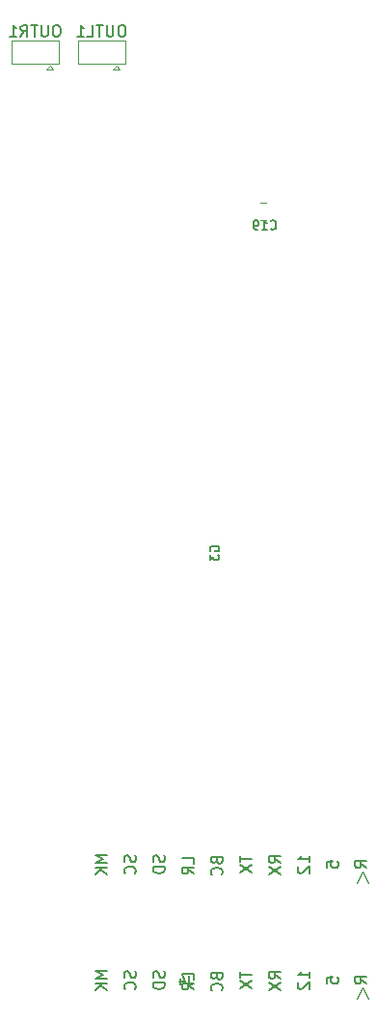
<source format=gbr>
%TF.GenerationSoftware,KiCad,Pcbnew,(6.0.11)*%
%TF.CreationDate,2023-02-04T17:29:26-05:00*%
%TF.ProjectId,tlv320aic3105_audio_board,746c7633-3230-4616-9963-333130355f61,rev?*%
%TF.SameCoordinates,Original*%
%TF.FileFunction,Legend,Bot*%
%TF.FilePolarity,Positive*%
%FSLAX46Y46*%
G04 Gerber Fmt 4.6, Leading zero omitted, Abs format (unit mm)*
G04 Created by KiCad (PCBNEW (6.0.11)) date 2023-02-04 17:29:26*
%MOMM*%
%LPD*%
G01*
G04 APERTURE LIST*
%ADD10C,0.150000*%
%ADD11C,0.180000*%
%ADD12C,0.120000*%
G04 APERTURE END LIST*
D10*
%TO.C,XIA2*%
X103338380Y-100235095D02*
X103338380Y-100806523D01*
X104338380Y-100520809D02*
X103338380Y-100520809D01*
X103338380Y-101044619D02*
X104338380Y-101711285D01*
X103338380Y-101711285D02*
X104338380Y-101044619D01*
X94130761Y-100211285D02*
X94178380Y-100354142D01*
X94178380Y-100592238D01*
X94130761Y-100687476D01*
X94083142Y-100735095D01*
X93987904Y-100782714D01*
X93892666Y-100782714D01*
X93797428Y-100735095D01*
X93749809Y-100687476D01*
X93702190Y-100592238D01*
X93654571Y-100401761D01*
X93606952Y-100306523D01*
X93559333Y-100258904D01*
X93464095Y-100211285D01*
X93368857Y-100211285D01*
X93273619Y-100258904D01*
X93226000Y-100306523D01*
X93178380Y-100401761D01*
X93178380Y-100639857D01*
X93226000Y-100782714D01*
X94083142Y-101782714D02*
X94130761Y-101735095D01*
X94178380Y-101592238D01*
X94178380Y-101497000D01*
X94130761Y-101354142D01*
X94035523Y-101258904D01*
X93940285Y-101211285D01*
X93749809Y-101163666D01*
X93606952Y-101163666D01*
X93416476Y-101211285D01*
X93321238Y-101258904D01*
X93226000Y-101354142D01*
X93178380Y-101497000D01*
X93178380Y-101592238D01*
X93226000Y-101735095D01*
X93273619Y-101782714D01*
X101274571Y-100663428D02*
X101322190Y-100806285D01*
X101369809Y-100853904D01*
X101465047Y-100901523D01*
X101607904Y-100901523D01*
X101703142Y-100853904D01*
X101750761Y-100806285D01*
X101798380Y-100711047D01*
X101798380Y-100330095D01*
X100798380Y-100330095D01*
X100798380Y-100663428D01*
X100846000Y-100758666D01*
X100893619Y-100806285D01*
X100988857Y-100853904D01*
X101084095Y-100853904D01*
X101179333Y-100806285D01*
X101226952Y-100758666D01*
X101274571Y-100663428D01*
X101274571Y-100330095D01*
X101703142Y-101901523D02*
X101750761Y-101853904D01*
X101798380Y-101711047D01*
X101798380Y-101615809D01*
X101750761Y-101472952D01*
X101655523Y-101377714D01*
X101560285Y-101330095D01*
X101369809Y-101282476D01*
X101226952Y-101282476D01*
X101036476Y-101330095D01*
X100941238Y-101377714D01*
X100846000Y-101472952D01*
X100798380Y-101615809D01*
X100798380Y-101711047D01*
X100846000Y-101853904D01*
X100893619Y-101901523D01*
X106878380Y-100830333D02*
X106402190Y-100497000D01*
X106878380Y-100258904D02*
X105878380Y-100258904D01*
X105878380Y-100639857D01*
X105926000Y-100735095D01*
X105973619Y-100782714D01*
X106068857Y-100830333D01*
X106211714Y-100830333D01*
X106306952Y-100782714D01*
X106354571Y-100735095D01*
X106402190Y-100639857D01*
X106402190Y-100258904D01*
X105878380Y-101163666D02*
X106878380Y-101830333D01*
X105878380Y-101830333D02*
X106878380Y-101163666D01*
X109418380Y-100806523D02*
X109418380Y-100235095D01*
X109418380Y-100520809D02*
X108418380Y-100520809D01*
X108561238Y-100425571D01*
X108656476Y-100330333D01*
X108704095Y-100235095D01*
X108513619Y-101187476D02*
X108466000Y-101235095D01*
X108418380Y-101330333D01*
X108418380Y-101568428D01*
X108466000Y-101663666D01*
X108513619Y-101711285D01*
X108608857Y-101758904D01*
X108704095Y-101758904D01*
X108846952Y-101711285D01*
X109418380Y-101139857D01*
X109418380Y-101758904D01*
X99258380Y-100901523D02*
X99258380Y-100425333D01*
X98258380Y-100425333D01*
X99258380Y-101806285D02*
X98782190Y-101472952D01*
X99258380Y-101234857D02*
X98258380Y-101234857D01*
X98258380Y-101615809D01*
X98306000Y-101711047D01*
X98353619Y-101758666D01*
X98448857Y-101806285D01*
X98591714Y-101806285D01*
X98686952Y-101758666D01*
X98734571Y-101711047D01*
X98782190Y-101615809D01*
X98782190Y-101234857D01*
X110958380Y-101235095D02*
X110958380Y-100758904D01*
X111434571Y-100711285D01*
X111386952Y-100758904D01*
X111339333Y-100854142D01*
X111339333Y-101092238D01*
X111386952Y-101187476D01*
X111434571Y-101235095D01*
X111529809Y-101282714D01*
X111767904Y-101282714D01*
X111863142Y-101235095D01*
X111910761Y-101187476D01*
X111958380Y-101092238D01*
X111958380Y-100854142D01*
X111910761Y-100758904D01*
X111863142Y-100711285D01*
X91638380Y-100163666D02*
X90638380Y-100163666D01*
X91352666Y-100497000D01*
X90638380Y-100830333D01*
X91638380Y-100830333D01*
X91638380Y-101306523D02*
X90638380Y-101306523D01*
X91638380Y-101877952D02*
X91066952Y-101449380D01*
X90638380Y-101877952D02*
X91209809Y-101306523D01*
X96670761Y-100211285D02*
X96718380Y-100354142D01*
X96718380Y-100592238D01*
X96670761Y-100687476D01*
X96623142Y-100735095D01*
X96527904Y-100782714D01*
X96432666Y-100782714D01*
X96337428Y-100735095D01*
X96289809Y-100687476D01*
X96242190Y-100592238D01*
X96194571Y-100401761D01*
X96146952Y-100306523D01*
X96099333Y-100258904D01*
X96004095Y-100211285D01*
X95908857Y-100211285D01*
X95813619Y-100258904D01*
X95766000Y-100306523D01*
X95718380Y-100401761D01*
X95718380Y-100639857D01*
X95766000Y-100782714D01*
X96718380Y-101211285D02*
X95718380Y-101211285D01*
X95718380Y-101449380D01*
X95766000Y-101592238D01*
X95861238Y-101687476D01*
X95956476Y-101735095D01*
X96146952Y-101782714D01*
X96289809Y-101782714D01*
X96480285Y-101735095D01*
X96575523Y-101687476D01*
X96670761Y-101592238D01*
X96718380Y-101449380D01*
X96718380Y-101211285D01*
X114423380Y-101291523D02*
X113947190Y-100958190D01*
X114423380Y-100720095D02*
X113423380Y-100720095D01*
X113423380Y-101101047D01*
X113471000Y-101196285D01*
X113518619Y-101243904D01*
X113613857Y-101291523D01*
X113756714Y-101291523D01*
X113851952Y-101243904D01*
X113899571Y-101196285D01*
X113947190Y-101101047D01*
X113947190Y-100720095D01*
%TO.C,XIA1*%
X103338380Y-110395095D02*
X103338380Y-110966523D01*
X104338380Y-110680809D02*
X103338380Y-110680809D01*
X103338380Y-111204619D02*
X104338380Y-111871285D01*
X103338380Y-111871285D02*
X104338380Y-111204619D01*
X106878380Y-110990333D02*
X106402190Y-110657000D01*
X106878380Y-110418904D02*
X105878380Y-110418904D01*
X105878380Y-110799857D01*
X105926000Y-110895095D01*
X105973619Y-110942714D01*
X106068857Y-110990333D01*
X106211714Y-110990333D01*
X106306952Y-110942714D01*
X106354571Y-110895095D01*
X106402190Y-110799857D01*
X106402190Y-110418904D01*
X105878380Y-111323666D02*
X106878380Y-111990333D01*
X105878380Y-111990333D02*
X106878380Y-111323666D01*
X101274571Y-110823428D02*
X101322190Y-110966285D01*
X101369809Y-111013904D01*
X101465047Y-111061523D01*
X101607904Y-111061523D01*
X101703142Y-111013904D01*
X101750761Y-110966285D01*
X101798380Y-110871047D01*
X101798380Y-110490095D01*
X100798380Y-110490095D01*
X100798380Y-110823428D01*
X100846000Y-110918666D01*
X100893619Y-110966285D01*
X100988857Y-111013904D01*
X101084095Y-111013904D01*
X101179333Y-110966285D01*
X101226952Y-110918666D01*
X101274571Y-110823428D01*
X101274571Y-110490095D01*
X101703142Y-112061523D02*
X101750761Y-112013904D01*
X101798380Y-111871047D01*
X101798380Y-111775809D01*
X101750761Y-111632952D01*
X101655523Y-111537714D01*
X101560285Y-111490095D01*
X101369809Y-111442476D01*
X101226952Y-111442476D01*
X101036476Y-111490095D01*
X100941238Y-111537714D01*
X100846000Y-111632952D01*
X100798380Y-111775809D01*
X100798380Y-111871047D01*
X100846000Y-112013904D01*
X100893619Y-112061523D01*
X96670761Y-110371285D02*
X96718380Y-110514142D01*
X96718380Y-110752238D01*
X96670761Y-110847476D01*
X96623142Y-110895095D01*
X96527904Y-110942714D01*
X96432666Y-110942714D01*
X96337428Y-110895095D01*
X96289809Y-110847476D01*
X96242190Y-110752238D01*
X96194571Y-110561761D01*
X96146952Y-110466523D01*
X96099333Y-110418904D01*
X96004095Y-110371285D01*
X95908857Y-110371285D01*
X95813619Y-110418904D01*
X95766000Y-110466523D01*
X95718380Y-110561761D01*
X95718380Y-110799857D01*
X95766000Y-110942714D01*
X96718380Y-111371285D02*
X95718380Y-111371285D01*
X95718380Y-111609380D01*
X95766000Y-111752238D01*
X95861238Y-111847476D01*
X95956476Y-111895095D01*
X96146952Y-111942714D01*
X96289809Y-111942714D01*
X96480285Y-111895095D01*
X96575523Y-111847476D01*
X96670761Y-111752238D01*
X96718380Y-111609380D01*
X96718380Y-111371285D01*
X110958380Y-111395095D02*
X110958380Y-110918904D01*
X111434571Y-110871285D01*
X111386952Y-110918904D01*
X111339333Y-111014142D01*
X111339333Y-111252238D01*
X111386952Y-111347476D01*
X111434571Y-111395095D01*
X111529809Y-111442714D01*
X111767904Y-111442714D01*
X111863142Y-111395095D01*
X111910761Y-111347476D01*
X111958380Y-111252238D01*
X111958380Y-111014142D01*
X111910761Y-110918904D01*
X111863142Y-110871285D01*
X94130761Y-110371285D02*
X94178380Y-110514142D01*
X94178380Y-110752238D01*
X94130761Y-110847476D01*
X94083142Y-110895095D01*
X93987904Y-110942714D01*
X93892666Y-110942714D01*
X93797428Y-110895095D01*
X93749809Y-110847476D01*
X93702190Y-110752238D01*
X93654571Y-110561761D01*
X93606952Y-110466523D01*
X93559333Y-110418904D01*
X93464095Y-110371285D01*
X93368857Y-110371285D01*
X93273619Y-110418904D01*
X93226000Y-110466523D01*
X93178380Y-110561761D01*
X93178380Y-110799857D01*
X93226000Y-110942714D01*
X94083142Y-111942714D02*
X94130761Y-111895095D01*
X94178380Y-111752238D01*
X94178380Y-111657000D01*
X94130761Y-111514142D01*
X94035523Y-111418904D01*
X93940285Y-111371285D01*
X93749809Y-111323666D01*
X93606952Y-111323666D01*
X93416476Y-111371285D01*
X93321238Y-111418904D01*
X93226000Y-111514142D01*
X93178380Y-111657000D01*
X93178380Y-111752238D01*
X93226000Y-111895095D01*
X93273619Y-111942714D01*
X109418380Y-110966523D02*
X109418380Y-110395095D01*
X109418380Y-110680809D02*
X108418380Y-110680809D01*
X108561238Y-110585571D01*
X108656476Y-110490333D01*
X108704095Y-110395095D01*
X108513619Y-111347476D02*
X108466000Y-111395095D01*
X108418380Y-111490333D01*
X108418380Y-111728428D01*
X108466000Y-111823666D01*
X108513619Y-111871285D01*
X108608857Y-111918904D01*
X108704095Y-111918904D01*
X108846952Y-111871285D01*
X109418380Y-111299857D01*
X109418380Y-111918904D01*
X99258380Y-111061523D02*
X99258380Y-110585333D01*
X98258380Y-110585333D01*
X99258380Y-111966285D02*
X98782190Y-111632952D01*
X99258380Y-111394857D02*
X98258380Y-111394857D01*
X98258380Y-111775809D01*
X98306000Y-111871047D01*
X98353619Y-111918666D01*
X98448857Y-111966285D01*
X98591714Y-111966285D01*
X98686952Y-111918666D01*
X98734571Y-111871047D01*
X98782190Y-111775809D01*
X98782190Y-111394857D01*
X91638380Y-110323666D02*
X90638380Y-110323666D01*
X91352666Y-110657000D01*
X90638380Y-110990333D01*
X91638380Y-110990333D01*
X91638380Y-111466523D02*
X90638380Y-111466523D01*
X91638380Y-112037952D02*
X91066952Y-111609380D01*
X90638380Y-112037952D02*
X91209809Y-111466523D01*
X114423380Y-111451523D02*
X113947190Y-111118190D01*
X114423380Y-110880095D02*
X113423380Y-110880095D01*
X113423380Y-111261047D01*
X113471000Y-111356285D01*
X113518619Y-111403904D01*
X113613857Y-111451523D01*
X113756714Y-111451523D01*
X113851952Y-111403904D01*
X113899571Y-111356285D01*
X113947190Y-111261047D01*
X113947190Y-110880095D01*
%TO.C,OUTL1*%
X93066952Y-27370380D02*
X92876476Y-27370380D01*
X92781238Y-27418000D01*
X92686000Y-27513238D01*
X92638380Y-27703714D01*
X92638380Y-28037047D01*
X92686000Y-28227523D01*
X92781238Y-28322761D01*
X92876476Y-28370380D01*
X93066952Y-28370380D01*
X93162190Y-28322761D01*
X93257428Y-28227523D01*
X93305047Y-28037047D01*
X93305047Y-27703714D01*
X93257428Y-27513238D01*
X93162190Y-27418000D01*
X93066952Y-27370380D01*
X92209809Y-27370380D02*
X92209809Y-28179904D01*
X92162190Y-28275142D01*
X92114571Y-28322761D01*
X92019333Y-28370380D01*
X91828857Y-28370380D01*
X91733619Y-28322761D01*
X91686000Y-28275142D01*
X91638380Y-28179904D01*
X91638380Y-27370380D01*
X91305047Y-27370380D02*
X90733619Y-27370380D01*
X91019333Y-28370380D02*
X91019333Y-27370380D01*
X89924095Y-28370380D02*
X90400285Y-28370380D01*
X90400285Y-27370380D01*
X89066952Y-28370380D02*
X89638380Y-28370380D01*
X89352666Y-28370380D02*
X89352666Y-27370380D01*
X89447904Y-27513238D01*
X89543142Y-27608476D01*
X89638380Y-27656095D01*
%TO.C,OUTR1*%
X87320190Y-27370380D02*
X87129714Y-27370380D01*
X87034476Y-27418000D01*
X86939238Y-27513238D01*
X86891619Y-27703714D01*
X86891619Y-28037047D01*
X86939238Y-28227523D01*
X87034476Y-28322761D01*
X87129714Y-28370380D01*
X87320190Y-28370380D01*
X87415428Y-28322761D01*
X87510666Y-28227523D01*
X87558285Y-28037047D01*
X87558285Y-27703714D01*
X87510666Y-27513238D01*
X87415428Y-27418000D01*
X87320190Y-27370380D01*
X86463047Y-27370380D02*
X86463047Y-28179904D01*
X86415428Y-28275142D01*
X86367809Y-28322761D01*
X86272571Y-28370380D01*
X86082095Y-28370380D01*
X85986857Y-28322761D01*
X85939238Y-28275142D01*
X85891619Y-28179904D01*
X85891619Y-27370380D01*
X85558285Y-27370380D02*
X84986857Y-27370380D01*
X85272571Y-28370380D02*
X85272571Y-27370380D01*
X84082095Y-28370380D02*
X84415428Y-27894190D01*
X84653523Y-28370380D02*
X84653523Y-27370380D01*
X84272571Y-27370380D01*
X84177333Y-27418000D01*
X84129714Y-27465619D01*
X84082095Y-27560857D01*
X84082095Y-27703714D01*
X84129714Y-27798952D01*
X84177333Y-27846571D01*
X84272571Y-27894190D01*
X84653523Y-27894190D01*
X83129714Y-28370380D02*
X83701142Y-28370380D01*
X83415428Y-28370380D02*
X83415428Y-27370380D01*
X83510666Y-27513238D01*
X83605904Y-27608476D01*
X83701142Y-27656095D01*
%TO.C,C19*%
X106024285Y-45223714D02*
X106062380Y-45261809D01*
X106176666Y-45299904D01*
X106252857Y-45299904D01*
X106367142Y-45261809D01*
X106443333Y-45185619D01*
X106481428Y-45109428D01*
X106519523Y-44957047D01*
X106519523Y-44842761D01*
X106481428Y-44690380D01*
X106443333Y-44614190D01*
X106367142Y-44538000D01*
X106252857Y-44499904D01*
X106176666Y-44499904D01*
X106062380Y-44538000D01*
X106024285Y-44576095D01*
X105262380Y-45299904D02*
X105719523Y-45299904D01*
X105490952Y-45299904D02*
X105490952Y-44499904D01*
X105567142Y-44614190D01*
X105643333Y-44690380D01*
X105719523Y-44728476D01*
X104881428Y-45299904D02*
X104729047Y-45299904D01*
X104652857Y-45261809D01*
X104614761Y-45223714D01*
X104538571Y-45109428D01*
X104500476Y-44957047D01*
X104500476Y-44652285D01*
X104538571Y-44576095D01*
X104576666Y-44538000D01*
X104652857Y-44499904D01*
X104805238Y-44499904D01*
X104881428Y-44538000D01*
X104919523Y-44576095D01*
X104957619Y-44652285D01*
X104957619Y-44842761D01*
X104919523Y-44918952D01*
X104881428Y-44957047D01*
X104805238Y-44995142D01*
X104652857Y-44995142D01*
X104576666Y-44957047D01*
X104538571Y-44918952D01*
X104500476Y-44842761D01*
D11*
%TO.C,J4*%
X98824524Y-110721904D02*
X98824524Y-111293333D01*
X98862619Y-111407619D01*
X98938810Y-111483809D01*
X99053096Y-111521904D01*
X99129286Y-111521904D01*
X98100715Y-110988571D02*
X98100715Y-111521904D01*
X98291191Y-110683809D02*
X98481667Y-111255238D01*
X97986429Y-111255238D01*
%TO.C,G3*%
X100750000Y-73496571D02*
X100711904Y-73420380D01*
X100711904Y-73306095D01*
X100750000Y-73191809D01*
X100826190Y-73115619D01*
X100902380Y-73077523D01*
X101054761Y-73039428D01*
X101169047Y-73039428D01*
X101321428Y-73077523D01*
X101397619Y-73115619D01*
X101473809Y-73191809D01*
X101511904Y-73306095D01*
X101511904Y-73382285D01*
X101473809Y-73496571D01*
X101435714Y-73534666D01*
X101169047Y-73534666D01*
X101169047Y-73382285D01*
X100711904Y-73801333D02*
X100711904Y-74296571D01*
X101016666Y-74029904D01*
X101016666Y-74144190D01*
X101054761Y-74220380D01*
X101092857Y-74258476D01*
X101169047Y-74296571D01*
X101359523Y-74296571D01*
X101435714Y-74258476D01*
X101473809Y-74220380D01*
X101511904Y-74144190D01*
X101511904Y-73915619D01*
X101473809Y-73839428D01*
X101435714Y-73801333D01*
D12*
%TO.C,XIA2*%
X113571000Y-102632000D02*
X114071000Y-101632000D01*
X114071000Y-101632000D02*
X114571000Y-102632000D01*
%TO.C,XIA1*%
X114071000Y-111792000D02*
X114571000Y-112792000D01*
X113571000Y-112792000D02*
X114071000Y-111792000D01*
%TO.C,OUTL1*%
X92786000Y-31218000D02*
X92186000Y-31218000D01*
X92486000Y-30918000D02*
X92786000Y-31218000D01*
X89136000Y-28718000D02*
X89136000Y-30718000D01*
X92486000Y-30918000D02*
X92186000Y-31218000D01*
X93236000Y-28718000D02*
X89136000Y-28718000D01*
X93236000Y-30718000D02*
X93236000Y-28718000D01*
X89136000Y-30718000D02*
X93236000Y-30718000D01*
%TO.C,OUTR1*%
X86944000Y-31218000D02*
X86344000Y-31218000D01*
X86644000Y-30918000D02*
X86344000Y-31218000D01*
X83294000Y-28718000D02*
X83294000Y-30718000D01*
X83294000Y-30718000D02*
X87394000Y-30718000D01*
X86644000Y-30918000D02*
X86944000Y-31218000D01*
X87394000Y-30718000D02*
X87394000Y-28718000D01*
X87394000Y-28718000D02*
X83294000Y-28718000D01*
%TO.C,C19*%
X105148748Y-42953000D02*
X105671252Y-42953000D01*
X105148748Y-44423000D02*
X105671252Y-44423000D01*
%TD*%
M02*

</source>
